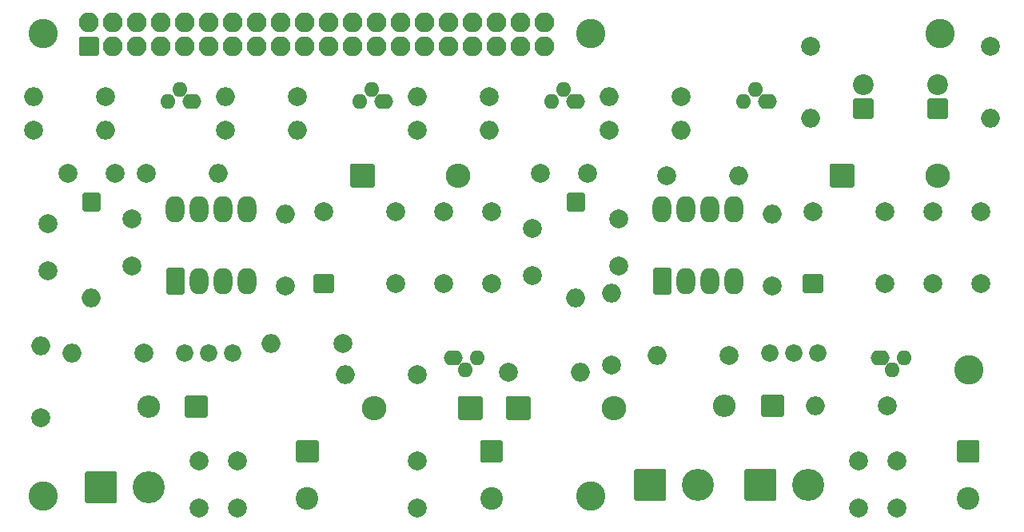
<source format=gbr>
%TF.GenerationSoftware,KiCad,Pcbnew,(5.1.8)-1*%
%TF.CreationDate,2020-12-03T12:02:38+01:00*%
%TF.ProjectId,repartiteur,72657061-7274-4697-9465-75722e6b6963,rev?*%
%TF.SameCoordinates,Original*%
%TF.FileFunction,Soldermask,Bot*%
%TF.FilePolarity,Negative*%
%FSLAX46Y46*%
G04 Gerber Fmt 4.6, Leading zero omitted, Abs format (unit mm)*
G04 Created by KiCad (PCBNEW (5.1.8)-1) date 2020-12-03 12:02:38*
%MOMM*%
%LPD*%
G01*
G04 APERTURE LIST*
%ADD10O,2.000000X2.000000*%
%ADD11C,2.000000*%
%ADD12O,1.600000X1.600000*%
%ADD13O,2.000000X1.600000*%
%ADD14C,3.100000*%
%ADD15O,2.600000X2.600000*%
%ADD16O,2.400000X2.400000*%
%ADD17C,3.400000*%
%ADD18O,2.100000X2.100000*%
%ADD19C,1.840000*%
%ADD20O,2.000000X2.800000*%
%ADD21C,2.400000*%
%ADD22C,2.200000*%
G04 APERTURE END LIST*
D10*
%TO.C,R17*%
X171450000Y-99822000D03*
D11*
X179070000Y-99822000D03*
%TD*%
D12*
%TO.C,Q1*%
X119634000Y-72898000D03*
X120904000Y-71628000D03*
D13*
X122174000Y-72898000D03*
%TD*%
D12*
%TO.C,Q3*%
X180594000Y-72898000D03*
X181864000Y-71628000D03*
D13*
X183134000Y-72898000D03*
%TD*%
D12*
%TO.C,Q4*%
X160274000Y-72898000D03*
X161544000Y-71628000D03*
D13*
X162814000Y-72898000D03*
%TD*%
D12*
%TO.C,Q6*%
X139954000Y-72898000D03*
X141224000Y-71628000D03*
D13*
X142494000Y-72898000D03*
%TD*%
D14*
%TO.C,REF\u002A\u002A*%
X204470000Y-101346000D03*
%TD*%
%TO.C,REF\u002A\u002A*%
X201422000Y-65730000D03*
%TD*%
D10*
%TO.C,R3*%
X132080000Y-84836000D03*
D11*
X132080000Y-92456000D03*
%TD*%
%TO.C,K2*%
X200660000Y-92202000D03*
X205740000Y-92202000D03*
X195580000Y-92202000D03*
X187960000Y-84582000D03*
G36*
G01*
X188860000Y-93202000D02*
X187060000Y-93202000D01*
G75*
G02*
X186860000Y-93002000I0J200000D01*
G01*
X186860000Y-91402000D01*
G75*
G02*
X187060000Y-91202000I200000J0D01*
G01*
X188860000Y-91202000D01*
G75*
G02*
X189060000Y-91402000I0J-200000D01*
G01*
X189060000Y-93002000D01*
G75*
G02*
X188860000Y-93202000I-200000J0D01*
G01*
G37*
X205740000Y-84582000D03*
X200660000Y-84582000D03*
X195580000Y-84582000D03*
%TD*%
D10*
%TO.C,R11*%
X146050000Y-72390000D03*
D11*
X153670000Y-72390000D03*
%TD*%
D10*
%TO.C,R8*%
X173990000Y-75946000D03*
D11*
X166370000Y-75946000D03*
%TD*%
D10*
%TO.C,R9*%
X166370000Y-72390000D03*
D11*
X173990000Y-72390000D03*
%TD*%
D14*
%TO.C,REF\u002A\u002A*%
X164370000Y-114730000D03*
%TD*%
%TO.C,REF\u002A\u002A*%
X106370000Y-114730000D03*
%TD*%
%TO.C,REF\u002A\u002A*%
X164370000Y-65730000D03*
%TD*%
%TO.C,REF\u002A\u002A*%
X106370000Y-65730000D03*
%TD*%
D11*
%TO.C,C1*%
X106934000Y-90852000D03*
X106934000Y-85852000D03*
%TD*%
%TO.C,C3*%
X127000000Y-115980000D03*
X127000000Y-110980000D03*
%TD*%
%TO.C,C4*%
X115824000Y-90344000D03*
X115824000Y-85344000D03*
%TD*%
%TO.C,C7*%
X167386000Y-90344000D03*
X167386000Y-85344000D03*
%TD*%
%TO.C,C9*%
X196850000Y-115998000D03*
X196850000Y-110998000D03*
%TD*%
%TO.C,C10*%
X158242000Y-91360000D03*
X158242000Y-86360000D03*
%TD*%
%TO.C,C11*%
X109046000Y-80518000D03*
X114046000Y-80518000D03*
%TD*%
%TO.C,C12*%
X159084000Y-80518000D03*
X164084000Y-80518000D03*
%TD*%
D10*
%TO.C,D1*%
X111506000Y-93726000D03*
G36*
G01*
X110706000Y-82566000D02*
X112306000Y-82566000D01*
G75*
G02*
X112506000Y-82766000I0J-200000D01*
G01*
X112506000Y-84366000D01*
G75*
G02*
X112306000Y-84566000I-200000J0D01*
G01*
X110706000Y-84566000D01*
G75*
G02*
X110506000Y-84366000I0J200000D01*
G01*
X110506000Y-82766000D01*
G75*
G02*
X110706000Y-82566000I200000J0D01*
G01*
G37*
%TD*%
D15*
%TO.C,D2*%
X150368000Y-80772000D03*
G36*
G01*
X138908000Y-81872000D02*
X138908000Y-79672000D01*
G75*
G02*
X139108000Y-79472000I200000J0D01*
G01*
X141308000Y-79472000D01*
G75*
G02*
X141508000Y-79672000I0J-200000D01*
G01*
X141508000Y-81872000D01*
G75*
G02*
X141308000Y-82072000I-200000J0D01*
G01*
X139108000Y-82072000D01*
G75*
G02*
X138908000Y-81872000I0J200000D01*
G01*
G37*
%TD*%
%TO.C,D3*%
X141478000Y-105410000D03*
G36*
G01*
X152938000Y-104310000D02*
X152938000Y-106510000D01*
G75*
G02*
X152738000Y-106710000I-200000J0D01*
G01*
X150538000Y-106710000D01*
G75*
G02*
X150338000Y-106510000I0J200000D01*
G01*
X150338000Y-104310000D01*
G75*
G02*
X150538000Y-104110000I200000J0D01*
G01*
X152738000Y-104110000D01*
G75*
G02*
X152938000Y-104310000I0J-200000D01*
G01*
G37*
%TD*%
%TO.C,D4*%
X166878000Y-105410000D03*
G36*
G01*
X155418000Y-106510000D02*
X155418000Y-104310000D01*
G75*
G02*
X155618000Y-104110000I200000J0D01*
G01*
X157818000Y-104110000D01*
G75*
G02*
X158018000Y-104310000I0J-200000D01*
G01*
X158018000Y-106510000D01*
G75*
G02*
X157818000Y-106710000I-200000J0D01*
G01*
X155618000Y-106710000D01*
G75*
G02*
X155418000Y-106510000I0J200000D01*
G01*
G37*
%TD*%
%TO.C,D5*%
X201168000Y-80772000D03*
G36*
G01*
X189708000Y-81872000D02*
X189708000Y-79672000D01*
G75*
G02*
X189908000Y-79472000I200000J0D01*
G01*
X192108000Y-79472000D01*
G75*
G02*
X192308000Y-79672000I0J-200000D01*
G01*
X192308000Y-81872000D01*
G75*
G02*
X192108000Y-82072000I-200000J0D01*
G01*
X189908000Y-82072000D01*
G75*
G02*
X189708000Y-81872000I0J200000D01*
G01*
G37*
%TD*%
D10*
%TO.C,D6*%
X162814000Y-93726000D03*
G36*
G01*
X162014000Y-82566000D02*
X163614000Y-82566000D01*
G75*
G02*
X163814000Y-82766000I0J-200000D01*
G01*
X163814000Y-84366000D01*
G75*
G02*
X163614000Y-84566000I-200000J0D01*
G01*
X162014000Y-84566000D01*
G75*
G02*
X161814000Y-84366000I0J200000D01*
G01*
X161814000Y-82766000D01*
G75*
G02*
X162014000Y-82566000I200000J0D01*
G01*
G37*
%TD*%
D16*
%TO.C,D7*%
X117540000Y-105230000D03*
G36*
G01*
X123820000Y-104230000D02*
X123820000Y-106230000D01*
G75*
G02*
X123620000Y-106430000I-200000J0D01*
G01*
X121620000Y-106430000D01*
G75*
G02*
X121420000Y-106230000I0J200000D01*
G01*
X121420000Y-104230000D01*
G75*
G02*
X121620000Y-104030000I200000J0D01*
G01*
X123620000Y-104030000D01*
G75*
G02*
X123820000Y-104230000I0J-200000D01*
G01*
G37*
%TD*%
%TO.C,D8*%
X178562000Y-105156000D03*
G36*
G01*
X184842000Y-104156000D02*
X184842000Y-106156000D01*
G75*
G02*
X184642000Y-106356000I-200000J0D01*
G01*
X182642000Y-106356000D01*
G75*
G02*
X182442000Y-106156000I0J200000D01*
G01*
X182442000Y-104156000D01*
G75*
G02*
X182642000Y-103956000I200000J0D01*
G01*
X184642000Y-103956000D01*
G75*
G02*
X184842000Y-104156000I0J-200000D01*
G01*
G37*
%TD*%
D11*
%TO.C,F1*%
X122870000Y-115980000D03*
X122870000Y-110980000D03*
%TD*%
%TO.C,F2*%
X192786000Y-115998000D03*
X192786000Y-110998000D03*
%TD*%
D17*
%TO.C,J1*%
X117602000Y-113792000D03*
G36*
G01*
X110822000Y-115292000D02*
X110822000Y-112292000D01*
G75*
G02*
X111022000Y-112092000I200000J0D01*
G01*
X114022000Y-112092000D01*
G75*
G02*
X114222000Y-112292000I0J-200000D01*
G01*
X114222000Y-115292000D01*
G75*
G02*
X114022000Y-115492000I-200000J0D01*
G01*
X111022000Y-115492000D01*
G75*
G02*
X110822000Y-115292000I0J200000D01*
G01*
G37*
%TD*%
D18*
%TO.C,J2*%
X159512000Y-64516000D03*
X159512000Y-67056000D03*
X156972000Y-64516000D03*
X156972000Y-67056000D03*
X154432000Y-64516000D03*
X154432000Y-67056000D03*
X151892000Y-64516000D03*
X151892000Y-67056000D03*
X149352000Y-64516000D03*
X149352000Y-67056000D03*
X146812000Y-64516000D03*
X146812000Y-67056000D03*
X144272000Y-64516000D03*
X144272000Y-67056000D03*
X141732000Y-64516000D03*
X141732000Y-67056000D03*
X139192000Y-64516000D03*
X139192000Y-67056000D03*
X136652000Y-64516000D03*
X136652000Y-67056000D03*
X134112000Y-64516000D03*
X134112000Y-67056000D03*
X131572000Y-64516000D03*
X131572000Y-67056000D03*
X129032000Y-64516000D03*
X129032000Y-67056000D03*
X126492000Y-64516000D03*
X126492000Y-67056000D03*
X123952000Y-64516000D03*
X123952000Y-67056000D03*
X121412000Y-64516000D03*
X121412000Y-67056000D03*
X118872000Y-64516000D03*
X118872000Y-67056000D03*
X116332000Y-64516000D03*
X116332000Y-67056000D03*
X113792000Y-64516000D03*
X113792000Y-67056000D03*
X111252000Y-64516000D03*
G36*
G01*
X112102000Y-68106000D02*
X110402000Y-68106000D01*
G75*
G02*
X110202000Y-67906000I0J200000D01*
G01*
X110202000Y-66206000D01*
G75*
G02*
X110402000Y-66006000I200000J0D01*
G01*
X112102000Y-66006000D01*
G75*
G02*
X112302000Y-66206000I0J-200000D01*
G01*
X112302000Y-67906000D01*
G75*
G02*
X112102000Y-68106000I-200000J0D01*
G01*
G37*
%TD*%
D17*
%TO.C,J3*%
X175768000Y-113538000D03*
G36*
G01*
X168988000Y-115038000D02*
X168988000Y-112038000D01*
G75*
G02*
X169188000Y-111838000I200000J0D01*
G01*
X172188000Y-111838000D01*
G75*
G02*
X172388000Y-112038000I0J-200000D01*
G01*
X172388000Y-115038000D01*
G75*
G02*
X172188000Y-115238000I-200000J0D01*
G01*
X169188000Y-115238000D01*
G75*
G02*
X168988000Y-115038000I0J200000D01*
G01*
G37*
%TD*%
%TO.C,J4*%
X187452000Y-113538000D03*
G36*
G01*
X180672000Y-115038000D02*
X180672000Y-112038000D01*
G75*
G02*
X180872000Y-111838000I200000J0D01*
G01*
X183872000Y-111838000D01*
G75*
G02*
X184072000Y-112038000I0J-200000D01*
G01*
X184072000Y-115038000D01*
G75*
G02*
X183872000Y-115238000I-200000J0D01*
G01*
X180872000Y-115238000D01*
G75*
G02*
X180672000Y-115038000I0J200000D01*
G01*
G37*
%TD*%
D11*
%TO.C,K1*%
X148844000Y-92202000D03*
X153924000Y-92202000D03*
X143764000Y-92202000D03*
X136144000Y-84582000D03*
G36*
G01*
X137044000Y-93202000D02*
X135244000Y-93202000D01*
G75*
G02*
X135044000Y-93002000I0J200000D01*
G01*
X135044000Y-91402000D01*
G75*
G02*
X135244000Y-91202000I200000J0D01*
G01*
X137044000Y-91202000D01*
G75*
G02*
X137244000Y-91402000I0J-200000D01*
G01*
X137244000Y-93002000D01*
G75*
G02*
X137044000Y-93202000I-200000J0D01*
G01*
G37*
X153924000Y-84582000D03*
X148844000Y-84582000D03*
X143764000Y-84582000D03*
%TD*%
D12*
%TO.C,Q2*%
X197612000Y-100076000D03*
X196342000Y-101346000D03*
D13*
X195072000Y-100076000D03*
%TD*%
D12*
%TO.C,Q5*%
X152400000Y-100076000D03*
X151130000Y-101346000D03*
D13*
X149860000Y-100076000D03*
%TD*%
D10*
%TO.C,R1*%
X106172000Y-98806000D03*
D11*
X106172000Y-106426000D03*
%TD*%
D10*
%TO.C,R2*%
X109474000Y-99568000D03*
D11*
X117094000Y-99568000D03*
%TD*%
D10*
%TO.C,R4*%
X124968000Y-80518000D03*
D11*
X117348000Y-80518000D03*
%TD*%
D10*
%TO.C,R5*%
X113030000Y-75946000D03*
D11*
X105410000Y-75946000D03*
%TD*%
D10*
%TO.C,R6*%
X138430000Y-101854000D03*
D11*
X146050000Y-101854000D03*
%TD*%
D10*
%TO.C,R7*%
X105410000Y-72390000D03*
D11*
X113030000Y-72390000D03*
%TD*%
D10*
%TO.C,R10*%
X153670000Y-75946000D03*
D11*
X146050000Y-75946000D03*
%TD*%
D10*
%TO.C,R12*%
X163322000Y-101600000D03*
D11*
X155702000Y-101600000D03*
%TD*%
D10*
%TO.C,R13*%
X180086000Y-80772000D03*
D11*
X172466000Y-80772000D03*
%TD*%
D10*
%TO.C,R14*%
X133350000Y-75946000D03*
D11*
X125730000Y-75946000D03*
%TD*%
D10*
%TO.C,R15*%
X183642000Y-84836000D03*
D11*
X183642000Y-92456000D03*
%TD*%
D10*
%TO.C,R16*%
X125730000Y-72390000D03*
D11*
X133350000Y-72390000D03*
%TD*%
D10*
%TO.C,R18*%
X166624000Y-93218000D03*
D11*
X166624000Y-100838000D03*
%TD*%
D10*
%TO.C,R19*%
X130556000Y-98552000D03*
D11*
X138176000Y-98552000D03*
%TD*%
D10*
%TO.C,R20*%
X188214000Y-105156000D03*
D11*
X195834000Y-105156000D03*
%TD*%
D19*
%TO.C,RV1*%
X121412000Y-99568000D03*
X123952000Y-99568000D03*
X126492000Y-99568000D03*
%TD*%
%TO.C,RV2*%
X183388000Y-99568000D03*
X185928000Y-99568000D03*
X188468000Y-99568000D03*
%TD*%
D20*
%TO.C,U1*%
X120396000Y-84328000D03*
X128016000Y-91948000D03*
X122936000Y-84328000D03*
X125476000Y-91948000D03*
X125476000Y-84328000D03*
X122936000Y-91948000D03*
X128016000Y-84328000D03*
G36*
G01*
X121196000Y-93348000D02*
X119596000Y-93348000D01*
G75*
G02*
X119396000Y-93148000I0J200000D01*
G01*
X119396000Y-90748000D01*
G75*
G02*
X119596000Y-90548000I200000J0D01*
G01*
X121196000Y-90548000D01*
G75*
G02*
X121396000Y-90748000I0J-200000D01*
G01*
X121396000Y-93148000D01*
G75*
G02*
X121196000Y-93348000I-200000J0D01*
G01*
G37*
%TD*%
%TO.C,U2*%
X171958000Y-84328000D03*
X179578000Y-91948000D03*
X174498000Y-84328000D03*
X177038000Y-91948000D03*
X177038000Y-84328000D03*
X174498000Y-91948000D03*
X179578000Y-84328000D03*
G36*
G01*
X172758000Y-93348000D02*
X171158000Y-93348000D01*
G75*
G02*
X170958000Y-93148000I0J200000D01*
G01*
X170958000Y-90748000D01*
G75*
G02*
X171158000Y-90548000I200000J0D01*
G01*
X172758000Y-90548000D01*
G75*
G02*
X172958000Y-90748000I0J-200000D01*
G01*
X172958000Y-93148000D01*
G75*
G02*
X172758000Y-93348000I-200000J0D01*
G01*
G37*
%TD*%
D11*
%TO.C,C5*%
X146050000Y-115998000D03*
X146050000Y-110998000D03*
%TD*%
D21*
%TO.C,C2*%
X134370000Y-114980000D03*
G36*
G01*
X133370000Y-108780000D02*
X135370000Y-108780000D01*
G75*
G02*
X135570000Y-108980000I0J-200000D01*
G01*
X135570000Y-110980000D01*
G75*
G02*
X135370000Y-111180000I-200000J0D01*
G01*
X133370000Y-111180000D01*
G75*
G02*
X133170000Y-110980000I0J200000D01*
G01*
X133170000Y-108980000D01*
G75*
G02*
X133370000Y-108780000I200000J0D01*
G01*
G37*
%TD*%
%TO.C,C6*%
X153870000Y-114980000D03*
G36*
G01*
X152870000Y-108780000D02*
X154870000Y-108780000D01*
G75*
G02*
X155070000Y-108980000I0J-200000D01*
G01*
X155070000Y-110980000D01*
G75*
G02*
X154870000Y-111180000I-200000J0D01*
G01*
X152870000Y-111180000D01*
G75*
G02*
X152670000Y-110980000I0J200000D01*
G01*
X152670000Y-108980000D01*
G75*
G02*
X152870000Y-108780000I200000J0D01*
G01*
G37*
%TD*%
%TO.C,C8*%
X204370000Y-114980000D03*
G36*
G01*
X203370000Y-108780000D02*
X205370000Y-108780000D01*
G75*
G02*
X205570000Y-108980000I0J-200000D01*
G01*
X205570000Y-110980000D01*
G75*
G02*
X205370000Y-111180000I-200000J0D01*
G01*
X203370000Y-111180000D01*
G75*
G02*
X203170000Y-110980000I0J200000D01*
G01*
X203170000Y-108980000D01*
G75*
G02*
X203370000Y-108780000I200000J0D01*
G01*
G37*
%TD*%
D22*
%TO.C,D9*%
X193294000Y-71120000D03*
G36*
G01*
X194194000Y-74760000D02*
X192394000Y-74760000D01*
G75*
G02*
X192194000Y-74560000I0J200000D01*
G01*
X192194000Y-72760000D01*
G75*
G02*
X192394000Y-72560000I200000J0D01*
G01*
X194194000Y-72560000D01*
G75*
G02*
X194394000Y-72760000I0J-200000D01*
G01*
X194394000Y-74560000D01*
G75*
G02*
X194194000Y-74760000I-200000J0D01*
G01*
G37*
%TD*%
%TO.C,D10*%
X201168000Y-71120000D03*
G36*
G01*
X202068000Y-74760000D02*
X200268000Y-74760000D01*
G75*
G02*
X200068000Y-74560000I0J200000D01*
G01*
X200068000Y-72760000D01*
G75*
G02*
X200268000Y-72560000I200000J0D01*
G01*
X202068000Y-72560000D01*
G75*
G02*
X202268000Y-72760000I0J-200000D01*
G01*
X202268000Y-74560000D01*
G75*
G02*
X202068000Y-74760000I-200000J0D01*
G01*
G37*
%TD*%
D10*
%TO.C,R21*%
X187706000Y-74676000D03*
D11*
X187706000Y-67056000D03*
%TD*%
D10*
%TO.C,R22*%
X206756000Y-74676000D03*
D11*
X206756000Y-67056000D03*
%TD*%
M02*

</source>
